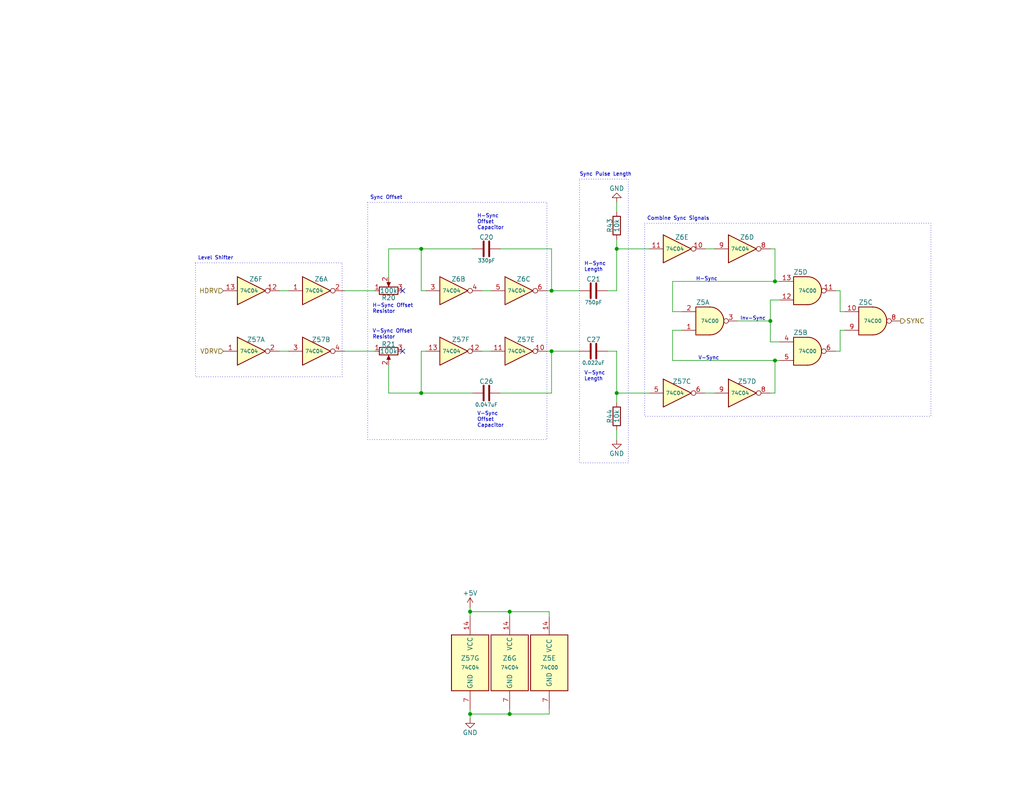
<source format=kicad_sch>
(kicad_sch (version 20230121) (generator eeschema)
  (paper "USLetter")
  (title_block (title "TRS-80 Model I G") (date "2023-10-24") (rev "E1B") (company "RetroStack - Marcel Erz") (comment 2 "Circuit to combine sync signals and defining front- and back-porches in video signal") (comment 4 "Video Sync"))
  (lib_symbols
    (symbol "74xx:74LS00" (pin_names (offset 1.016))
      (property "Reference" "U" (at 0 1.27 0))
      (property "Value" "74LS00" (at 0 -1.27 0))
      (symbol "74LS00_1_1"
        (arc (start 0 -3.81) (mid 3.7934 0) (end 0 3.81) (stroke (width 0.254)) (fill (type background)))
        (polyline (pts (xy 0 3.81) (xy -3.81 3.81) (xy -3.81 -3.81) (xy 0 -3.81)) (stroke (width 0.254)) (fill (type background)))
        (pin input line (at -7.62 2.54 0) (length 3.81) (name "~") (number "1"))
        (pin input line (at -7.62 -2.54 0) (length 3.81) (name "~") (number "2"))
        (pin output inverted (at 7.62 0 180) (length 3.81) (name "~") (number "3"))
      )
      (symbol "74LS00_1_2"
        (arc (start -3.81 -3.81) (mid -2.589 0) (end -3.81 3.81) (stroke (width 0.254)))
        (arc (start -0.6096 -3.81) (mid 2.1842 -2.5851) (end 3.81 0) (stroke (width 0.254)) (fill (type background)))
        (polyline (pts (xy -3.81 -3.81) (xy -0.635 -3.81)) (stroke (width 0.254)) (fill (type background)))
        (polyline (pts (xy -3.81 3.81) (xy -0.635 3.81)) (stroke (width 0.254)) (fill (type background)))
        (polyline (pts (xy -0.635 3.81) (xy -3.81 3.81) (xy -3.81 3.81) (xy -3.556 3.4036) (xy -3.0226 2.2606) (xy -2.6924 1.0414) (xy -2.6162 -0.254) (xy -2.7686 -1.4986) (xy -3.175 -2.7178) (xy -3.81 -3.81) (xy -3.81 -3.81) (xy -0.635 -3.81)) (stroke (width -25.4)) (fill (type background)))
        (arc (start 3.81 0) (mid 2.1915 2.5936) (end -0.6096 3.81) (stroke (width 0.254)) (fill (type background)))
        (pin input inverted (at -7.62 2.54 0) (length 4.318) (name "~") (number "1"))
        (pin input inverted (at -7.62 -2.54 0) (length 4.318) (name "~") (number "2"))
        (pin output line (at 7.62 0 180) (length 3.81) (name "~") (number "3"))
      )
      (symbol "74LS00_2_1"
        (arc (start 0 -3.81) (mid 3.7934 0) (end 0 3.81) (stroke (width 0.254)) (fill (type background)))
        (polyline (pts (xy 0 3.81) (xy -3.81 3.81) (xy -3.81 -3.81) (xy 0 -3.81)) (stroke (width 0.254)) (fill (type background)))
        (pin input line (at -7.62 2.54 0) (length 3.81) (name "~") (number "4"))
        (pin input line (at -7.62 -2.54 0) (length 3.81) (name "~") (number "5"))
        (pin output inverted (at 7.62 0 180) (length 3.81) (name "~") (number "6"))
      )
      (symbol "74LS00_2_2"
        (arc (start -3.81 -3.81) (mid -2.589 0) (end -3.81 3.81) (stroke (width 0.254)))
        (arc (start -0.6096 -3.81) (mid 2.1842 -2.5851) (end 3.81 0) (stroke (width 0.254)) (fill (type background)))
        (polyline (pts (xy -3.81 -3.81) (xy -0.635 -3.81)) (stroke (width 0.254)) (fill (type background)))
        (polyline (pts (xy -3.81 3.81) (xy -0.635 3.81)) (stroke (width 0.254)) (fill (type background)))
        (polyline (pts (xy -0.635 3.81) (xy -3.81 3.81) (xy -3.81 3.81) (xy -3.556 3.4036) (xy -3.0226 2.2606) (xy -2.6924 1.0414) (xy -2.6162 -0.254) (xy -2.7686 -1.4986) (xy -3.175 -2.7178) (xy -3.81 -3.81) (xy -3.81 -3.81) (xy -0.635 -3.81)) (stroke (width -25.4)) (fill (type background)))
        (arc (start 3.81 0) (mid 2.1915 2.5936) (end -0.6096 3.81) (stroke (width 0.254)) (fill (type background)))
        (pin input inverted (at -7.62 2.54 0) (length 4.318) (name "~") (number "4"))
        (pin input inverted (at -7.62 -2.54 0) (length 4.318) (name "~") (number "5"))
        (pin output line (at 7.62 0 180) (length 3.81) (name "~") (number "6"))
      )
      (symbol "74LS00_3_1"
        (arc (start 0 -3.81) (mid 3.7934 0) (end 0 3.81) (stroke (width 0.254)) (fill (type background)))
        (polyline (pts (xy 0 3.81) (xy -3.81 3.81) (xy -3.81 -3.81) (xy 0 -3.81)) (stroke (width 0.254)) (fill (type background)))
        (pin input line (at -7.62 -2.54 0) (length 3.81) (name "~") (number "10"))
        (pin output inverted (at 7.62 0 180) (length 3.81) (name "~") (number "8"))
        (pin input line (at -7.62 2.54 0) (length 3.81) (name "~") (number "9"))
      )
      (symbol "74LS00_3_2"
        (arc (start -3.81 -3.81) (mid -2.589 0) (end -3.81 3.81) (stroke (width 0.254)))
        (arc (start -0.6096 -3.81) (mid 2.1842 -2.5851) (end 3.81 0) (stroke (width 0.254)) (fill (type background)))
        (polyline (pts (xy -3.81 -3.81) (xy -0.635 -3.81)) (stroke (width 0.254)) (fill (type background)))
        (polyline (pts (xy -3.81 3.81) (xy -0.635 3.81)) (stroke (width 0.254)) (fill (type background)))
        (polyline (pts (xy -0.635 3.81) (xy -3.81 3.81) (xy -3.81 3.81) (xy -3.556 3.4036) (xy -3.0226 2.2606) (xy -2.6924 1.0414) (xy -2.6162 -0.254) (xy -2.7686 -1.4986) (xy -3.175 -2.7178) (xy -3.81 -3.81) (xy -3.81 -3.81) (xy -0.635 -3.81)) (stroke (width -25.4)) (fill (type background)))
        (arc (start 3.81 0) (mid 2.1915 2.5936) (end -0.6096 3.81) (stroke (width 0.254)) (fill (type background)))
        (pin input inverted (at -7.62 -2.54 0) (length 4.318) (name "~") (number "10"))
        (pin output line (at 7.62 0 180) (length 3.81) (name "~") (number "8"))
        (pin input inverted (at -7.62 2.54 0) (length 4.318) (name "~") (number "9"))
      )
      (symbol "74LS00_4_1"
        (arc (start 0 -3.81) (mid 3.7934 0) (end 0 3.81) (stroke (width 0.254)) (fill (type background)))
        (polyline (pts (xy 0 3.81) (xy -3.81 3.81) (xy -3.81 -3.81) (xy 0 -3.81)) (stroke (width 0.254)) (fill (type background)))
        (pin output inverted (at 7.62 0 180) (length 3.81) (name "~") (number "11"))
        (pin input line (at -7.62 2.54 0) (length 3.81) (name "~") (number "12"))
        (pin input line (at -7.62 -2.54 0) (length 3.81) (name "~") (number "13"))
      )
      (symbol "74LS00_4_2"
        (arc (start -3.81 -3.81) (mid -2.589 0) (end -3.81 3.81) (stroke (width 0.254)))
        (arc (start -0.6096 -3.81) (mid 2.1842 -2.5851) (end 3.81 0) (stroke (width 0.254)) (fill (type background)))
        (polyline (pts (xy -3.81 -3.81) (xy -0.635 -3.81)) (stroke (width 0.254)) (fill (type background)))
        (polyline (pts (xy -3.81 3.81) (xy -0.635 3.81)) (stroke (width 0.254)) (fill (type background)))
        (polyline (pts (xy -0.635 3.81) (xy -3.81 3.81) (xy -3.81 3.81) (xy -3.556 3.4036) (xy -3.0226 2.2606) (xy -2.6924 1.0414) (xy -2.6162 -0.254) (xy -2.7686 -1.4986) (xy -3.175 -2.7178) (xy -3.81 -3.81) (xy -3.81 -3.81) (xy -0.635 -3.81)) (stroke (width -25.4)) (fill (type background)))
        (arc (start 3.81 0) (mid 2.1915 2.5936) (end -0.6096 3.81) (stroke (width 0.254)) (fill (type background)))
        (pin output line (at 7.62 0 180) (length 3.81) (name "~") (number "11"))
        (pin input inverted (at -7.62 2.54 0) (length 4.318) (name "~") (number "12"))
        (pin input inverted (at -7.62 -2.54 0) (length 4.318) (name "~") (number "13"))
      )
      (symbol "74LS00_5_0"
        (pin power_in line (at 0 12.7 270) (length 5.08) (name "VCC") (number "14"))
        (pin power_in line (at 0 -12.7 90) (length 5.08) (name "GND") (number "7"))
      )
      (symbol "74LS00_5_1"
        (rectangle (start -5.08 7.62) (end 5.08 -7.62) (stroke (width 0.254)) (fill (type background)))
      )
    )
    (symbol "74xx:74LS04"
      (property "Reference" "U" (at 0 1.27 0))
      (property "Value" "74LS04" (at 0 -1.27 0))
      (symbol "74LS04_1_0"
        (polyline (pts (xy -3.81 3.81) (xy -3.81 -3.81) (xy 3.81 0) (xy -3.81 3.81)) (stroke (width 0.254)) (fill (type background)))
        (pin input line (at -7.62 0 0) (length 3.81) (name "~") (number "1"))
        (pin output inverted (at 7.62 0 180) (length 3.81) (name "~") (number "2"))
      )
      (symbol "74LS04_2_0"
        (polyline (pts (xy -3.81 3.81) (xy -3.81 -3.81) (xy 3.81 0) (xy -3.81 3.81)) (stroke (width 0.254)) (fill (type background)))
        (pin input line (at -7.62 0 0) (length 3.81) (name "~") (number "3"))
        (pin output inverted (at 7.62 0 180) (length 3.81) (name "~") (number "4"))
      )
      (symbol "74LS04_3_0"
        (polyline (pts (xy -3.81 3.81) (xy -3.81 -3.81) (xy 3.81 0) (xy -3.81 3.81)) (stroke (width 0.254)) (fill (type background)))
        (pin input line (at -7.62 0 0) (length 3.81) (name "~") (number "5"))
        (pin output inverted (at 7.62 0 180) (length 3.81) (name "~") (number "6"))
      )
      (symbol "74LS04_4_0"
        (polyline (pts (xy -3.81 3.81) (xy -3.81 -3.81) (xy 3.81 0) (xy -3.81 3.81)) (stroke (width 0.254)) (fill (type background)))
        (pin output inverted (at 7.62 0 180) (length 3.81) (name "~") (number "8"))
        (pin input line (at -7.62 0 0) (length 3.81) (name "~") (number "9"))
      )
      (symbol "74LS04_5_0"
        (polyline (pts (xy -3.81 3.81) (xy -3.81 -3.81) (xy 3.81 0) (xy -3.81 3.81)) (stroke (width 0.254)) (fill (type background)))
        (pin output inverted (at 7.62 0 180) (length 3.81) (name "~") (number "10"))
        (pin input line (at -7.62 0 0) (length 3.81) (name "~") (number "11"))
      )
      (symbol "74LS04_6_0"
        (polyline (pts (xy -3.81 3.81) (xy -3.81 -3.81) (xy 3.81 0) (xy -3.81 3.81)) (stroke (width 0.254)) (fill (type background)))
        (pin output inverted (at 7.62 0 180) (length 3.81) (name "~") (number "12"))
        (pin input line (at -7.62 0 0) (length 3.81) (name "~") (number "13"))
      )
      (symbol "74LS04_7_0"
        (pin power_in line (at 0 12.7 270) (length 5.08) (name "VCC") (number "14"))
        (pin power_in line (at 0 -12.7 90) (length 5.08) (name "GND") (number "7"))
      )
      (symbol "74LS04_7_1"
        (rectangle (start -5.08 7.62) (end 5.08 -7.62) (stroke (width 0.254)) (fill (type background)))
      )
    )
    (symbol "Device:C" (pin_numbers hide) (pin_names (offset 0.254))
      (property "Reference" "C" (at 0.635 2.54 0))
      (property "Value" "C" (at 0.635 -2.54 0))
      (symbol "C_0_1"
        (polyline (pts (xy -2.032 -0.762) (xy 2.032 -0.762)) (stroke (width 0.508)))
        (polyline (pts (xy -2.032 0.762) (xy 2.032 0.762)) (stroke (width 0.508)))
      )
      (symbol "C_1_1"
        (pin passive line (at 0 3.81 270) (length 2.794) (name "~") (number "1"))
        (pin passive line (at 0 -3.81 90) (length 2.794) (name "~") (number "2"))
      )
    )
    (symbol "Device:R" (pin_numbers hide) (pin_names (offset 0))
      (property "Reference" "R" (at 2.032 0 90))
      (property "Value" "R" (at 0 0 90))
      (symbol "R_0_1"
        (rectangle (start -1.016 -2.54) (end 1.016 2.54) (stroke (width 0.254)))
      )
      (symbol "R_1_1"
        (pin passive line (at 0 3.81 270) (length 1.27) (name "~") (number "1"))
        (pin passive line (at 0 -3.81 90) (length 1.27) (name "~") (number "2"))
      )
    )
    (symbol "Device:R_Potentiometer" (pin_names (offset 1.016) hide)
      (property "Reference" "RV" (at -4.445 0 90))
      (property "Value" "R_Potentiometer" (at -2.54 0 90))
      (symbol "R_Potentiometer_0_1"
        (polyline (pts (xy 2.54 0) (xy 1.524 0)))
        (polyline (pts (xy 1.143 0) (xy 2.286 0.508) (xy 2.286 -0.508) (xy 1.143 0)) (fill (type outline)))
        (rectangle (start 1.016 2.54) (end -1.016 -2.54) (stroke (width 0.254)))
      )
      (symbol "R_Potentiometer_1_1"
        (pin passive line (at 0 3.81 270) (length 1.27) (name "1") (number "1"))
        (pin passive line (at 3.81 0 180) (length 1.27) (name "2") (number "2"))
        (pin passive line (at 0 -3.81 90) (length 1.27) (name "3") (number "3"))
      )
    )
    (symbol "power:+5V" (power) (pin_names (offset 0))
      (property "Value" "+5V" (at 0 3.556 0))
      (symbol "+5V_0_1"
        (polyline (pts (xy -0.762 1.27) (xy 0 2.54)))
        (polyline (pts (xy 0 0) (xy 0 2.54)))
        (polyline (pts (xy 0 2.54) (xy 0.762 1.27)))
      )
      (symbol "+5V_1_1"
        (pin power_in line (at 0 0 90) (length 0) hide (name "+5V") (number "1"))
      )
    )
    (symbol "power:GND" (power) (pin_names (offset 0))
      (property "Value" "GND" (at 0 -3.81 0))
      (symbol "GND_0_1"
        (polyline (pts (xy 0 0) (xy 0 -1.27) (xy 1.27 -1.27) (xy 0 -2.54) (xy -1.27 -1.27) (xy 0 -1.27)))
      )
      (symbol "GND_1_1"
        (pin power_in line (at 0 0 270) (length 0) hide (name "GND") (number "1"))
      )
    )
  )
  (junction (at 114.935 107.315))
  (junction (at 150.495 95.885))
  (junction (at 150.495 79.375))
  (junction (at 139.065 167.005))
  (junction (at 168.275 67.945))
  (junction (at 211.455 76.835))
  (junction (at 210.185 87.63))
  (junction (at 211.455 98.425))
  (junction (at 168.275 107.315))
  (junction (at 128.27 194.945))
  (junction (at 139.065 194.945))
  (junction (at 114.935 67.945))
  (junction (at 128.27 167.005))
  (no_connect (at 109.855 95.885))
  (no_connect (at 109.855 79.375))
  (wire (pts (xy 183.515 90.17) (xy 183.515 98.425)))
  (wire (pts (xy 168.275 109.855) (xy 168.275 107.315)))
  (wire (pts (xy 150.495 67.945) (xy 150.495 79.375)))
  (wire (pts (xy 168.275 65.405) (xy 168.275 67.945)))
  (wire (pts (xy 128.27 167.005) (xy 139.065 167.005)))
  (wire (pts (xy 210.185 107.315) (xy 211.455 107.315)))
  (wire (pts (xy 128.27 165.735) (xy 128.27 167.005)))
  (wire (pts (xy 150.495 79.375) (xy 149.225 79.375)))
  (wire (pts (xy 149.86 168.275) (xy 149.86 167.005)))
  (wire (pts (xy 211.455 67.945) (xy 211.455 76.835)))
  (wire (pts (xy 150.495 79.375) (xy 158.115 79.375)))
  (wire (pts (xy 211.455 107.315) (xy 211.455 98.425)))
  (wire (pts (xy 168.275 55.245) (xy 168.275 57.785)))
  (wire (pts (xy 139.065 194.945) (xy 128.27 194.945)))
  (wire (pts (xy 76.2 95.885) (xy 78.74 95.885)))
  (wire (pts (xy 149.86 193.675) (xy 149.86 194.945)))
  (wire (pts (xy 211.455 98.425) (xy 212.725 98.425)))
  (wire (pts (xy 165.735 79.375) (xy 168.275 79.375)))
  (wire (pts (xy 149.225 95.885) (xy 150.495 95.885)))
  (wire (pts (xy 150.495 107.315) (xy 150.495 95.885)))
  (wire (pts (xy 227.965 79.375) (xy 229.235 79.375)))
  (wire (pts (xy 168.275 120.015) (xy 168.275 117.475)))
  (wire (pts (xy 114.935 107.315) (xy 106.045 107.315)))
  (wire (pts (xy 114.935 67.945) (xy 128.905 67.945)))
  (wire (pts (xy 183.515 76.835) (xy 211.455 76.835)))
  (wire (pts (xy 210.185 67.945) (xy 211.455 67.945)))
  (wire (pts (xy 183.515 98.425) (xy 211.455 98.425)))
  (wire (pts (xy 229.235 85.09) (xy 230.505 85.09)))
  (wire (pts (xy 136.525 67.945) (xy 150.495 67.945)))
  (wire (pts (xy 168.275 79.375) (xy 168.275 67.945)))
  (wire (pts (xy 139.065 193.675) (xy 139.065 194.945)))
  (wire (pts (xy 194.945 67.945) (xy 192.405 67.945)))
  (wire (pts (xy 114.935 67.945) (xy 106.045 67.945)))
  (wire (pts (xy 106.045 107.315) (xy 106.045 99.695)))
  (wire (pts (xy 210.185 81.915) (xy 210.185 87.63)))
  (wire (pts (xy 227.965 95.885) (xy 229.235 95.885)))
  (wire (pts (xy 186.055 85.09) (xy 183.515 85.09)))
  (wire (pts (xy 93.98 95.885) (xy 102.235 95.885)))
  (wire (pts (xy 229.235 90.17) (xy 230.505 90.17)))
  (wire (pts (xy 149.86 167.005) (xy 139.065 167.005)))
  (wire (pts (xy 201.295 87.63) (xy 210.185 87.63)))
  (wire (pts (xy 192.405 107.315) (xy 194.945 107.315)))
  (wire (pts (xy 76.2 79.375) (xy 78.74 79.375)))
  (wire (pts (xy 211.455 76.835) (xy 212.725 76.835)))
  (wire (pts (xy 136.525 107.315) (xy 150.495 107.315)))
  (wire (pts (xy 116.205 79.375) (xy 114.935 79.375)))
  (wire (pts (xy 212.725 81.915) (xy 210.185 81.915)))
  (wire (pts (xy 93.98 79.375) (xy 102.235 79.375)))
  (wire (pts (xy 210.185 93.345) (xy 212.725 93.345)))
  (wire (pts (xy 139.065 168.275) (xy 139.065 167.005)))
  (wire (pts (xy 149.86 194.945) (xy 139.065 194.945)))
  (wire (pts (xy 128.27 168.275) (xy 128.27 167.005)))
  (wire (pts (xy 210.185 87.63) (xy 210.185 93.345)))
  (wire (pts (xy 229.235 79.375) (xy 229.235 85.09)))
  (wire (pts (xy 229.235 95.885) (xy 229.235 90.17)))
  (wire (pts (xy 116.205 95.885) (xy 114.935 95.885)))
  (wire (pts (xy 150.495 95.885) (xy 158.115 95.885)))
  (wire (pts (xy 168.275 67.945) (xy 177.165 67.945)))
  (wire (pts (xy 186.055 90.17) (xy 183.515 90.17)))
  (wire (pts (xy 177.165 107.315) (xy 168.275 107.315)))
  (wire (pts (xy 128.27 193.675) (xy 128.27 194.945)))
  (wire (pts (xy 114.935 107.315) (xy 128.905 107.315)))
  (wire (pts (xy 131.445 95.885) (xy 133.985 95.885)))
  (wire (pts (xy 114.935 79.375) (xy 114.935 67.945)))
  (wire (pts (xy 106.045 67.945) (xy 106.045 75.565)))
  (wire (pts (xy 183.515 85.09) (xy 183.515 76.835)))
  (wire (pts (xy 133.985 79.375) (xy 131.445 79.375)))
  (wire (pts (xy 168.275 95.885) (xy 165.735 95.885)))
  (wire (pts (xy 168.275 107.315) (xy 168.275 95.885)))
  (wire (pts (xy 114.935 95.885) (xy 114.935 107.315)))
  (wire (pts (xy 128.27 194.945) (xy 128.27 196.215)))
  (rectangle (start 158.115 48.895) (end 171.45 126.365) (stroke (width 0) (type dot)))
  (rectangle (start 100.33 55.245) (end 149.225 120.015) (stroke (width 0) (type dot)))
  (rectangle (start 53.34 71.755) (end 93.345 102.87) (stroke (width 0) (type dot)))
  (rectangle (start 175.895 60.96) (end 254 113.665) (stroke (width 0) (type dot)))
  (text "Level Shifter" (at 53.975 71.12 0) (effects (font (size 1 1)) (justify left bottom)))
  (text "Sync Offset" (at 100.965 54.61 0) (effects (font (size 1 1)) (justify left bottom)))
  (text "H-Sync" (at 189.865 76.835 0) (effects (font (size 1 1)) (justify left bottom)))
  (text "V-Sync\nOffset\nCapacitor" (at 130.175 116.84 0) (effects (font (size 1 1)) (justify left bottom)))
  (text "V-Sync" (at 190.5 98.425 0) (effects (font (size 1 1)) (justify left bottom)))
  (text "Inv-Sync" (at 201.93 87.63 0) (effects (font (size 1 1)) (justify left bottom)))
  (text "H-Sync\nOffset\nCapacitor" (at 130.175 62.865 0) (effects (font (size 1 1)) (justify left bottom)))
  (text "Sync Pulse Length" (at 158.115 48.26 0) (effects (font (size 1 1)) (justify left bottom)))
  (text "V-Sync\nLength" (at 159.385 104.14 0) (effects (font (size 1 1)) (justify left bottom)))
  (text "V-Sync Offset\nResistor" (at 101.6 92.71 0) (effects (font (size 1 1)) (justify left bottom)))
  (text "H-Sync\nLength" (at 159.385 74.295 0) (effects (font (size 1 1)) (justify left bottom)))
  (text "Combine Sync Signals" (at 176.53 60.325 0) (effects (font (size 1 1)) (justify left bottom)))
  (text "H-Sync Offset\nResistor" (at 101.6 85.725 0) (effects (font (size 1 1)) (justify left bottom)))
  (hierarchical_label "VDRV" (shape input) (at 60.96 95.885 180))
  (hierarchical_label "HDRV" (shape input) (at 60.96 79.375 180))
  (hierarchical_label "SYNC" (shape output) (at 245.745 87.63 0))
  (symbol (lib_id "74xx:74LS04") (at 202.565 107.315 0) (unit 4)
    (property "Reference" "Z57" (at 203.835 104.14 0))
    (property "Value" "74C04" (at 201.93 107.315 0) (effects (font (size 1 1))))
    (property "Footprint" "RetroStackLibrary:TRS80_Model_I_DIP14" (effects hide))
    (property "Datasheet" "http://www.ti.com/lit/gpn/sn74LS04" (effects hide))
    (instances (project "Replica" (path "" (reference "Z57") (unit 4))) (project "TRS80_Model_I_G_E1" (path "" (reference "Z?") (unit 4)) (path "" (reference "Z57") (unit 4))))
  )
  (symbol (lib_id "74xx:74LS00") (at 220.345 79.375 0) (mirror x) (unit 4)
    (property "Reference" "Z5" (at 218.44 74.295 0))
    (property "Value" "74C00" (at 220.345 79.375 0) (effects (font (size 1 1))))
    (property "Footprint" "RetroStackLibrary:TRS80_Model_I_DIP14" (effects hide))
    (property "Datasheet" "http://www.ti.com/lit/gpn/sn74ls00" (effects hide))
    (instances (project "Replica" (path "" (reference "Z5") (unit 4))) (project "TRS80_Model_I_G_E1" (path "" (reference "Z?") (unit 4)) (path "" (reference "Z5") (unit 4))))
  )
  (symbol (lib_id "74xx:74LS04") (at 141.605 79.375 0) (unit 3)
    (property "Reference" "Z6" (at 142.875 76.2 0))
    (property "Value" "74C04" (at 140.97 79.375 0) (effects (font (size 1 1))))
    (property "Footprint" "RetroStackLibrary:TRS80_Model_I_DIP14" (effects hide))
    (property "Datasheet" "http://www.ti.com/lit/gpn/sn74LS04" (effects hide))
    (instances (project "Replica" (path "" (reference "Z6") (unit 3))) (project "TRS80_Model_I_G_E1" (path "" (reference "Z?") (unit 3)) (path "" (reference "Z6") (unit 3))))
  )
  (symbol (lib_id "Device:R_Potentiometer") (at 106.045 95.885 90) (mirror x) (unit 1)
    (property "Reference" "R21" (at 106.045 93.98 90))
    (property "Value" "100k" (at 106.045 95.885 90))
    (property "Footprint" "RetroStackLibrary:TRS80_Model_I_R_Pot" (effects hide))
    (instances (project "Replica" (path "" (reference "R21") (unit 1))) (project "TRS80_Model_I_G_E1" (path "" (reference "R?") (unit 1)) (path "" (reference "R21") (unit 1))))
  )
  (symbol (lib_id "74xx:74LS00") (at 193.675 87.63 0) (mirror x) (unit 1)
    (property "Reference" "Z5" (at 191.77 82.55 0))
    (property "Value" "74C00" (at 193.675 87.63 0) (effects (font (size 1 1))))
    (property "Footprint" "RetroStackLibrary:TRS80_Model_I_DIP14" (effects hide))
    (property "Datasheet" "http://www.ti.com/lit/gpn/sn74ls00" (effects hide))
    (instances (project "Replica" (path "" (reference "Z5") (unit 1))) (project "TRS80_Model_I_G_E1" (path "" (reference "Z?") (unit 1)) (path "" (reference "Z5") (unit 1))))
  )
  (symbol (lib_id "74xx:74LS04") (at 86.36 79.375 0) (unit 1)
    (property "Reference" "Z6" (at 87.63 76.2 0))
    (property "Value" "74C04" (at 85.725 79.375 0) (effects (font (size 1 1))))
    (property "Footprint" "RetroStackLibrary:TRS80_Model_I_DIP14" (effects hide))
    (property "Datasheet" "http://www.ti.com/lit/gpn/sn74LS04" (effects hide))
    (instances (project "Replica" (path "" (reference "Z6") (unit 1))) (project "TRS80_Model_I_G_E1" (path "" (reference "Z?") (unit 1)) (path "" (reference "Z6") (unit 1))))
  )
  (symbol (lib_id "Device:R_Potentiometer") (at 106.045 79.375 90) (unit 1)
    (property "Reference" "R20" (at 106.045 81.28 90))
    (property "Value" "100k" (at 106.045 79.375 90))
    (property "Footprint" "RetroStackLibrary:TRS80_Model_I_R_Pot" (effects hide))
    (instances (project "Replica" (path "" (reference "R20") (unit 1))) (project "TRS80_Model_I_G_E1" (path "" (reference "R?") (unit 1)) (path "" (reference "R20") (unit 1))))
  )
  (symbol (lib_id "74xx:74LS04") (at 123.825 95.885 0) (unit 6)
    (property "Reference" "Z57" (at 125.73 92.71 0))
    (property "Value" "74C04" (at 123.19 95.885 0) (effects (font (size 1 1))))
    (property "Footprint" "RetroStackLibrary:TRS80_Model_I_DIP14" (effects hide))
    (property "Datasheet" "http://www.ti.com/lit/gpn/sn74LS04" (effects hide))
    (instances (project "Replica" (path "" (reference "Z57") (unit 6))) (project "TRS80_Model_I_G_E1" (path "" (reference "Z?") (unit 6)) (path "" (reference "Z57") (unit 6))))
  )
  (symbol (lib_id "Device:R") (at 168.275 61.595 180) (unit 1)
    (property "Reference" "R43" (at 166.37 61.595 90))
    (property "Value" "10k" (at 168.275 61.595 90))
    (property "Footprint" "RetroStackLibrary:TRS80_Model_I_R_0.25W" (effects hide))
    (instances (project "Replica" (path "" (reference "R43") (unit 1))) (project "TRS80_Model_I_G_E1" (path "" (reference "R?") (unit 1)) (path "" (reference "R43") (unit 1))))
  )
  (symbol (lib_id "Device:C") (at 161.925 95.885 90) (unit 1)
    (property "Reference" "C27" (at 161.925 92.71 90))
    (property "Value" "0.022uF" (at 161.925 99.06 90) (effects (font (size 1 1))))
    (property "Footprint" "RetroStackLibrary:TRS80_Model_I_C_Box_7.5L_5W_4.5P_Small" (effects hide))
    (instances (project "Replica" (path "" (reference "C27") (unit 1))) (project "TRS80_Model_I_G_E1" (path "" (reference "C?") (unit 1)) (path "" (reference "C27") (unit 1))))
  )
  (symbol (lib_id "Device:R") (at 168.275 113.665 180) (unit 1)
    (property "Reference" "R44" (at 166.37 113.665 90))
    (property "Value" "10k" (at 168.275 113.665 90))
    (property "Footprint" "RetroStackLibrary:TRS80_Model_I_R_0.25W" (effects hide))
    (instances (project "Replica" (path "" (reference "R44") (unit 1))) (project "TRS80_Model_I_G_E1" (path "" (reference "R?") (unit 1)) (path "" (reference "R44") (unit 1))))
  )
  (symbol (lib_id "74xx:74LS04") (at 141.605 95.885 0) (unit 5)
    (property "Reference" "Z57" (at 143.51 92.71 0))
    (property "Value" "74C04" (at 140.97 95.885 0) (effects (font (size 1 1))))
    (property "Footprint" "RetroStackLibrary:TRS80_Model_I_DIP14" (effects hide))
    (property "Datasheet" "http://www.ti.com/lit/gpn/sn74LS04" (effects hide))
    (instances (project "Replica" (path "" (reference "Z57") (unit 5))) (project "TRS80_Model_I_G_E1" (path "" (reference "Z?") (unit 5)) (path "" (reference "Z57") (unit 5))))
  )
  (symbol (lib_id "power:GND") (at 128.27 196.215 0) (unit 1)
    (property "Reference" "#PWR014" (effects hide))
    (property "Value" "GND" (at 128.27 200.025 0))
    (instances (project "TRS80_Model_I_G_E1" (path "" (reference "#PWR014") (unit 1)) (path "" (reference "#PWR084") (unit 1)) (path "" (reference "#PWR0138") (unit 1))))
  )
  (symbol (lib_id "74xx:74LS04") (at 68.58 95.885 0) (unit 1)
    (property "Reference" "Z57" (at 69.85 92.71 0))
    (property "Value" "74C04" (at 67.945 95.885 0) (effects (font (size 1 1))))
    (property "Footprint" "RetroStackLibrary:TRS80_Model_I_DIP14" (effects hide))
    (property "Datasheet" "http://www.ti.com/lit/gpn/sn74LS04" (effects hide))
    (instances (project "Replica" (path "" (reference "Z57") (unit 1))) (project "TRS80_Model_I_G_E1" (path "" (reference "Z?") (unit 1)) (path "" (reference "Z57") (unit 1))))
  )
  (symbol (lib_id "Device:C") (at 132.715 107.315 90) (unit 1)
    (property "Reference" "C26" (at 132.715 104.14 90))
    (property "Value" "0.047uF" (at 132.715 110.49 90) (effects (font (size 1 1))))
    (property "Footprint" "RetroStackLibrary:TRS80_Model_I_C_Box_11L_5W_6P_Large" (effects hide))
    (instances (project "Replica" (path "" (reference "C26") (unit 1))) (project "TRS80_Model_I_G_E1" (path "" (reference "C?") (unit 1)) (path "" (reference "C26") (unit 1))))
  )
  (symbol (lib_id "power:GND") (at 168.275 120.015 0) (unit 1)
    (property "Reference" "#PWR04" (effects hide))
    (property "Value" "GND" (at 168.275 123.825 0))
    (instances (project "Replica" (path "" (reference "#PWR04") (unit 1))) (project "TRS80_Model_I_G_E1" (path "" (reference "#PWR?") (unit 1)) (path "" (reference "#PWR0140") (unit 1))))
  )
  (symbol (lib_id "74xx:74LS04") (at 202.565 67.945 0) (unit 4)
    (property "Reference" "Z6" (at 203.835 64.77 0))
    (property "Value" "74C04" (at 201.93 67.945 0) (effects (font (size 1 1))))
    (property "Footprint" "RetroStackLibrary:TRS80_Model_I_DIP14" (effects hide))
    (property "Datasheet" "http://www.ti.com/lit/gpn/sn74LS04" (effects hide))
    (instances (project "Replica" (path "" (reference "Z6") (unit 4))) (project "TRS80_Model_I_G_E1" (path "" (reference "Z?") (unit 4)) (path "" (reference "Z6") (unit 4))))
  )
  (symbol (lib_id "74xx:74LS04") (at 68.58 79.375 0) (unit 6)
    (property "Reference" "Z6" (at 69.85 76.2 0))
    (property "Value" "74C04" (at 67.945 79.375 0) (effects (font (size 1 1))))
    (property "Footprint" "RetroStackLibrary:TRS80_Model_I_DIP14" (effects hide))
    (property "Datasheet" "http://www.ti.com/lit/gpn/sn74LS04" (effects hide))
    (instances (project "Replica" (path "" (reference "Z6") (unit 6))) (project "TRS80_Model_I_G_E1" (path "" (reference "Z?") (unit 6)) (path "" (reference "Z6") (unit 6))))
  )
  (symbol (lib_id "74xx:74LS04") (at 139.065 180.975 0) (unit 7)
    (property "Reference" "Z6" (at 139.065 179.705 0))
    (property "Value" "74C04" (at 139.065 182.245 0) (effects (font (size 1 1))))
    (property "Footprint" "RetroStackLibrary:TRS80_Model_I_DIP14" (effects hide))
    (property "Datasheet" "http://www.ti.com/lit/gpn/sn74LS04" (effects hide))
    (instances (project "Replica" (path "" (reference "Z6") (unit 7))) (project "TRS80_Model_I_G_E1" (path "" (reference "Z?") (unit 7)) (path "" (reference "Z6") (unit 7)) (path "" (reference "Z6") (unit 7))))
  )
  (symbol (lib_id "Device:C") (at 161.925 79.375 90) (unit 1)
    (property "Reference" "C21" (at 161.925 76.2 90))
    (property "Value" "750pF" (at 161.925 82.55 90) (effects (font (size 1 1))))
    (property "Footprint" "RetroStackLibrary:TRS80_Model_I_C_Disc_9.5L_4W_6P_Small" (effects hide))
    (instances (project "Replica" (path "" (reference "C21") (unit 1))) (project "TRS80_Model_I_G_E1" (path "" (reference "C?") (unit 1)) (path "" (reference "C21") (unit 1))))
  )
  (symbol (lib_id "74xx:74LS04") (at 184.785 107.315 0) (unit 3)
    (property "Reference" "Z57" (at 186.055 104.14 0))
    (property "Value" "74C04" (at 184.15 107.315 0) (effects (font (size 1 1))))
    (property "Footprint" "RetroStackLibrary:TRS80_Model_I_DIP14" (effects hide))
    (property "Datasheet" "http://www.ti.com/lit/gpn/sn74LS04" (effects hide))
    (instances (project "Replica" (path "" (reference "Z57") (unit 3))) (project "TRS80_Model_I_G_E1" (path "" (reference "Z?") (unit 3)) (path "" (reference "Z57") (unit 3))))
  )
  (symbol (lib_id "74xx:74LS00") (at 220.345 95.885 0) (unit 2)
    (property "Reference" "Z5" (at 218.44 90.805 0))
    (property "Value" "74C00" (at 220.345 95.885 0) (effects (font (size 1 1))))
    (property "Footprint" "RetroStackLibrary:TRS80_Model_I_DIP14" (effects hide))
    (property "Datasheet" "http://www.ti.com/lit/gpn/sn74ls00" (effects hide))
    (instances (project "Replica" (path "" (reference "Z5") (unit 2))) (project "TRS80_Model_I_G_E1" (path "" (reference "Z?") (unit 2)) (path "" (reference "Z5") (unit 2))))
  )
  (symbol (lib_id "74xx:74LS04") (at 184.785 67.945 0) (unit 5)
    (property "Reference" "Z6" (at 186.055 64.77 0))
    (property "Value" "74C04" (at 184.15 67.945 0) (effects (font (size 1 1))))
    (property "Footprint" "RetroStackLibrary:TRS80_Model_I_DIP14" (effects hide))
    (property "Datasheet" "http://www.ti.com/lit/gpn/sn74LS04" (effects hide))
    (instances (project "Replica" (path "" (reference "Z6") (unit 5))) (project "TRS80_Model_I_G_E1" (path "" (reference "Z?") (unit 5)) (path "" (reference "Z6") (unit 5))))
  )
  (symbol (lib_id "74xx:74LS00") (at 149.86 180.975 0) (unit 5)
    (property "Reference" "Z5" (at 149.86 179.705 0))
    (property "Value" "74C00" (at 149.86 182.245 0) (effects (font (size 1 1))))
    (property "Footprint" "RetroStackLibrary:TRS80_Model_I_DIP14" (effects hide))
    (property "Datasheet" "http://www.ti.com/lit/gpn/sn74ls00" (effects hide))
    (instances (project "Replica" (path "" (reference "Z5") (unit 5))) (project "TRS80_Model_I_G_E1" (path "" (reference "Z?") (unit 5)) (path "" (reference "Z5") (unit 5)) (path "" (reference "Z5") (unit 5))))
  )
  (symbol (lib_id "74xx:74LS04") (at 123.825 79.375 0) (unit 2)
    (property "Reference" "Z6" (at 125.095 76.2 0))
    (property "Value" "74C04" (at 123.19 79.375 0) (effects (font (size 1 1))))
    (property "Footprint" "RetroStackLibrary:TRS80_Model_I_DIP14" (effects hide))
    (property "Datasheet" "http://www.ti.com/lit/gpn/sn74LS04" (effects hide))
    (instances (project "Replica" (path "" (reference "Z6") (unit 2))) (project "TRS80_Model_I_G_E1" (path "" (reference "Z?") (unit 2)) (path "" (reference "Z6") (unit 2))))
  )
  (symbol (lib_id "74xx:74LS00") (at 238.125 87.63 0) (mirror x) (unit 3)
    (property "Reference" "Z5" (at 236.22 82.55 0))
    (property "Value" "74C00" (at 238.125 87.63 0) (effects (font (size 1 1))))
    (property "Footprint" "RetroStackLibrary:TRS80_Model_I_DIP14" (effects hide))
    (property "Datasheet" "http://www.ti.com/lit/gpn/sn74ls00" (effects hide))
    (instances (project "Replica" (path "" (reference "Z5") (unit 3))) (project "TRS80_Model_I_G_E1" (path "" (reference "Z?") (unit 3)) (path "" (reference "Z5") (unit 3))))
  )
  (symbol (lib_id "power:+5V") (at 128.27 165.735 0) (unit 1)
    (property "Reference" "#PWR015" (effects hide))
    (property "Value" "+5V" (at 128.27 161.925 0))
    (instances (project "TRS80_Model_I_G_E1" (path "" (reference "#PWR015") (unit 1)) (path "" (reference "#PWR083") (unit 1)) (path "" (reference "#PWR0137") (unit 1))))
  )
  (symbol (lib_id "Device:C") (at 132.715 67.945 90) (unit 1)
    (property "Reference" "C20" (at 132.715 64.77 90))
    (property "Value" "330pF" (at 132.715 71.12 90) (effects (font (size 1 1))))
    (property "Footprint" "RetroStackLibrary:TRS80_Model_I_C_Disc_9.5L_4W_6P_Small" (effects hide))
    (instances (project "Replica" (path "" (reference "C20") (unit 1))) (project "TRS80_Model_I_G_E1" (path "" (reference "C?") (unit 1)) (path "" (reference "C20") (unit 1))))
  )
  (symbol (lib_id "power:GND") (at 168.275 55.245 180) (unit 1)
    (property "Reference" "#PWR03" (effects hide))
    (property "Value" "GND" (at 168.275 51.435 0))
    (instances (project "Replica" (path "" (reference "#PWR03") (unit 1))) (project "TRS80_Model_I_G_E1" (path "" (reference "#PWR?") (unit 1)) (path "" (reference "#PWR0139") (unit 1))))
  )
  (symbol (lib_id "74xx:74LS04") (at 86.36 95.885 0) (unit 2)
    (property "Reference" "Z57" (at 87.63 92.71 0))
    (property "Value" "74C04" (at 85.725 95.885 0) (effects (font (size 1 1))))
    (property "Footprint" "RetroStackLibrary:TRS80_Model_I_DIP14" (effects hide))
    (property "Datasheet" "http://www.ti.com/lit/gpn/sn74LS04" (effects hide))
    (instances (project "Replica" (path "" (reference "Z57") (unit 2))) (project "TRS80_Model_I_G_E1" (path "" (reference "Z?") (unit 2)) (path "" (reference "Z57") (unit 2))))
  )
  (symbol (lib_id "74xx:74LS04") (at 128.27 180.975 0) (unit 7)
    (property "Reference" "Z57" (at 128.27 179.705 0))
    (property "Value" "74C04" (at 128.27 182.245 0) (effects (font (size 1 1))))
    (property "Footprint" "RetroStackLibrary:TRS80_Model_I_DIP14" (effects hide))
    (property "Datasheet" "http://www.ti.com/lit/gpn/sn74LS04" (effects hide))
    (instances (project "Replica" (path "" (reference "Z57") (unit 7))) (project "TRS80_Model_I_G_E1" (path "" (reference "Z?") (unit 7)) (path "" (reference "Z57") (unit 7)) (path "" (reference "Z57") (unit 7))))
  )
)
</source>
